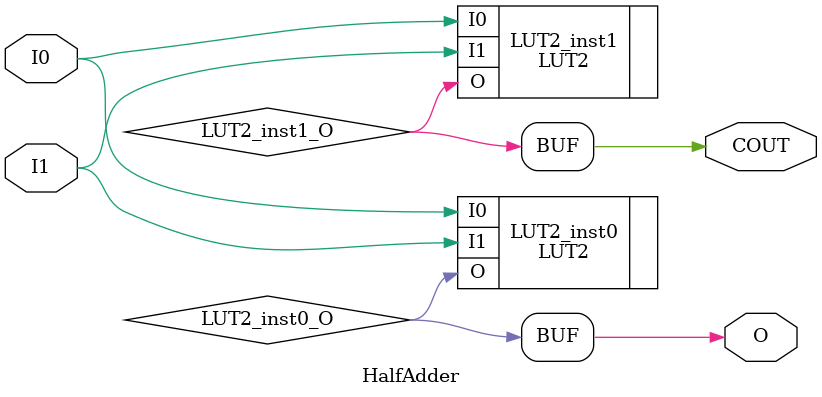
<source format=v>
module HalfAdder (input  I0, input  I1, output  O, output  COUT);
wire  LUT2_inst0_O;
wire  LUT2_inst1_O;
LUT2 #(.INIT(4'h6)) LUT2_inst0 (.I0(I0), .I1(I1), .O(LUT2_inst0_O));
LUT2 #(.INIT(4'h8)) LUT2_inst1 (.I0(I0), .I1(I1), .O(LUT2_inst1_O));
assign O = LUT2_inst0_O;
assign COUT = LUT2_inst1_O;
endmodule


</source>
